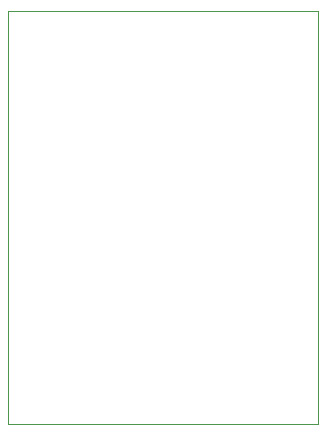
<source format=gbr>
%TF.GenerationSoftware,KiCad,Pcbnew,(6.0.4)*%
%TF.CreationDate,2022-03-20T22:01:37+01:00*%
%TF.ProjectId,opentherm,6f70656e-7468-4657-926d-2e6b69636164,rev?*%
%TF.SameCoordinates,Original*%
%TF.FileFunction,Profile,NP*%
%FSLAX46Y46*%
G04 Gerber Fmt 4.6, Leading zero omitted, Abs format (unit mm)*
G04 Created by KiCad (PCBNEW (6.0.4)) date 2022-03-20 22:01:37*
%MOMM*%
%LPD*%
G01*
G04 APERTURE LIST*
%TA.AperFunction,Profile*%
%ADD10C,0.100000*%
%TD*%
G04 APERTURE END LIST*
D10*
X120229349Y-83820000D02*
X94032513Y-83820000D01*
X94032513Y-83820000D02*
X94032513Y-48824116D01*
X94032513Y-48824116D02*
X120229349Y-48824116D01*
X120229349Y-48824116D02*
X120229349Y-83820000D01*
M02*

</source>
